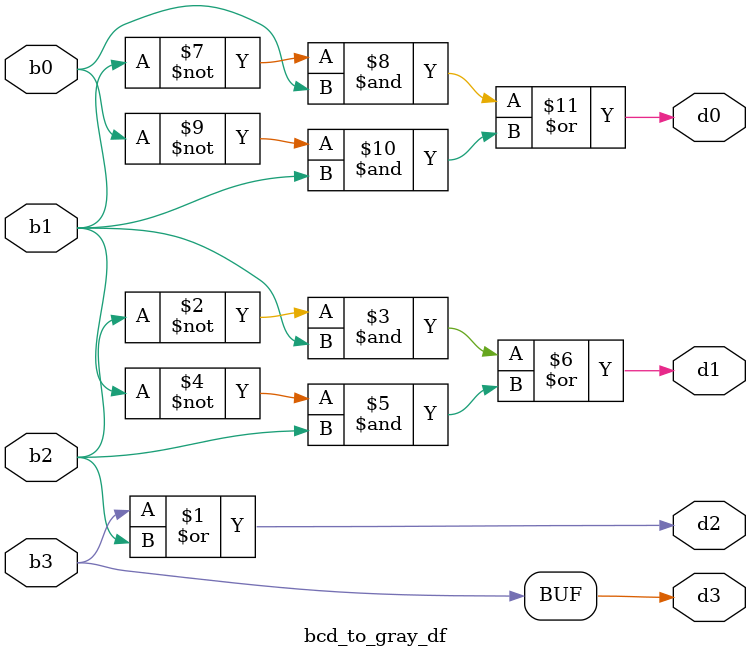
<source format=v>
module bcd_to_gray_df(b3,b2,b1,b0,d3,d2,d1,d0);
	input b3,b2,b1,b0;
	output d3,d2,d1,d0;
	assign d3=b3;
	assign d2=b3|b2;
	assign d1=(~b2&b1)|(~b1&b2);
	assign d0=(~b1&b0)|(~b0&b1);
endmodule
</source>
